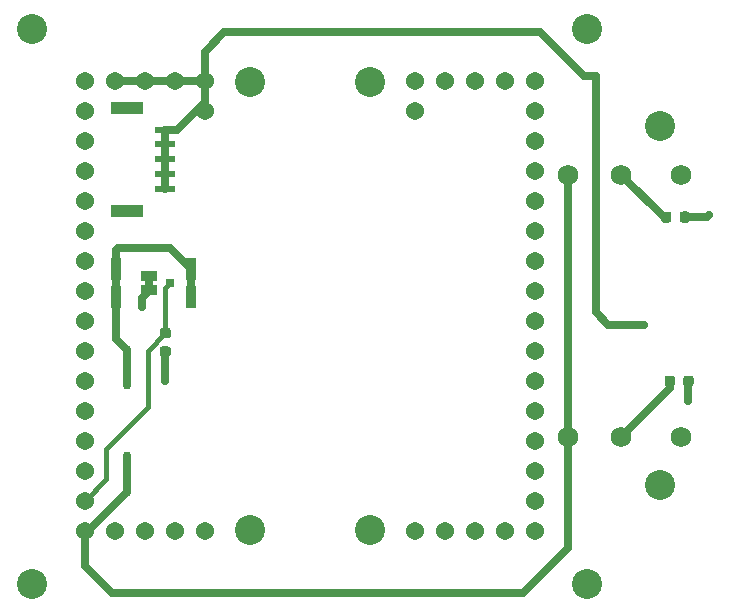
<source format=gtl>
%TF.GenerationSoftware,KiCad,Pcbnew,5.1.10-88a1d61d58~88~ubuntu20.04.1*%
%TF.CreationDate,2021-08-03T13:57:49-04:00*%
%TF.ProjectId,ta-base,74612d62-6173-4652-9e6b-696361645f70,rev?*%
%TF.SameCoordinates,Original*%
%TF.FileFunction,Copper,L1,Top*%
%TF.FilePolarity,Positive*%
%FSLAX46Y46*%
G04 Gerber Fmt 4.6, Leading zero omitted, Abs format (unit mm)*
G04 Created by KiCad (PCBNEW 5.1.10-88a1d61d58~88~ubuntu20.04.1) date 2021-08-03 13:57:49*
%MOMM*%
%LPD*%
G01*
G04 APERTURE LIST*
%TA.AperFunction,ComponentPad*%
%ADD10C,1.540000*%
%TD*%
%TA.AperFunction,SMDPad,CuDef*%
%ADD11R,2.700000X1.000000*%
%TD*%
%TA.AperFunction,SMDPad,CuDef*%
%ADD12R,1.700000X0.600000*%
%TD*%
%TA.AperFunction,ComponentPad*%
%ADD13C,1.740000*%
%TD*%
%TA.AperFunction,ComponentPad*%
%ADD14C,2.540000*%
%TD*%
%TA.AperFunction,SMDPad,CuDef*%
%ADD15R,0.762000X0.762000*%
%TD*%
%TA.AperFunction,SMDPad,CuDef*%
%ADD16R,1.447800X0.863600*%
%TD*%
%TA.AperFunction,SMDPad,CuDef*%
%ADD17R,0.889000X1.854200*%
%TD*%
%TA.AperFunction,ComponentPad*%
%ADD18C,0.762000*%
%TD*%
%TA.AperFunction,ViaPad*%
%ADD19C,0.635000*%
%TD*%
%TA.AperFunction,Conductor*%
%ADD20C,0.635000*%
%TD*%
%TA.AperFunction,Conductor*%
%ADD21C,0.406400*%
%TD*%
G04 APERTURE END LIST*
D10*
%TO.P,J8,1*%
%TO.N,/V_solar*%
X119314000Y-112505100D03*
%TO.P,J8,5*%
X111694000Y-109965100D03*
%TO.P,J8,3*%
X116774000Y-109965100D03*
%TO.P,J8,2*%
X119314000Y-109965100D03*
%TO.P,J8,4*%
X114234000Y-109965100D03*
%TD*%
D11*
%TO.P,J7,7*%
%TO.N,N/C*%
X112760817Y-120956732D03*
%TO.P,J7,6*%
X112760817Y-112256734D03*
D12*
%TO.P,J7,5*%
%TO.N,/V_solar*%
X115960811Y-119106733D03*
%TO.P,J7,4*%
X115960811Y-117856733D03*
%TO.P,J7,3*%
X115960811Y-116606733D03*
%TO.P,J7,2*%
X115960811Y-115356733D03*
%TO.P,J7,1*%
X115960811Y-114106733D03*
%TD*%
D10*
%TO.P,J5,1*%
%TO.N,Net-(J5-Pad1)*%
X137094000Y-112505100D03*
%TO.P,J5,5*%
%TO.N,Net-(J5-Pad5)*%
X144714000Y-109965100D03*
%TO.P,J5,3*%
%TO.N,GND*%
X139634000Y-109965100D03*
%TO.P,J5,2*%
%TO.N,Net-(J5-Pad2)*%
X137094000Y-109965100D03*
%TO.P,J5,4*%
%TO.N,Net-(J5-Pad4)*%
X142174000Y-109965100D03*
%TD*%
D13*
%TO.P,SW2,2*%
%TO.N,/Vcap*%
X150060811Y-117906733D03*
%TO.P,SW2,3*%
%TO.N,Net-(R2-Pad2)*%
X154560811Y-117906733D03*
%TO.P,SW2,1*%
%TO.N,Net-(SW2-Pad1)*%
X159660811Y-117906733D03*
D14*
%TO.P,SW2,5*%
%TO.N,N/C*%
X157810811Y-113806733D03*
%TD*%
%TO.P,P1,4*%
%TO.N,GND*%
X151699000Y-152600100D03*
%TO.P,P1,3*%
X151699000Y-105610100D03*
%TO.P,P1,2*%
X104709000Y-105610100D03*
%TO.P,P1,1*%
X104709000Y-152600100D03*
%TD*%
%TO.P,R1,2*%
%TO.N,Net-(R1-Pad2)*%
%TA.AperFunction,SMDPad,CuDef*%
G36*
G01*
X159110811Y-135150483D02*
X159110811Y-135662983D01*
G75*
G02*
X158892061Y-135881733I-218750J0D01*
G01*
X158454561Y-135881733D01*
G75*
G02*
X158235811Y-135662983I0J218750D01*
G01*
X158235811Y-135150483D01*
G75*
G02*
X158454561Y-134931733I218750J0D01*
G01*
X158892061Y-134931733D01*
G75*
G02*
X159110811Y-135150483I0J-218750D01*
G01*
G37*
%TD.AperFunction*%
%TO.P,R1,1*%
%TO.N,GND*%
%TA.AperFunction,SMDPad,CuDef*%
G36*
G01*
X160685811Y-135150483D02*
X160685811Y-135662983D01*
G75*
G02*
X160467061Y-135881733I-218750J0D01*
G01*
X160029561Y-135881733D01*
G75*
G02*
X159810811Y-135662983I0J218750D01*
G01*
X159810811Y-135150483D01*
G75*
G02*
X160029561Y-134931733I218750J0D01*
G01*
X160467061Y-134931733D01*
G75*
G02*
X160685811Y-135150483I0J-218750D01*
G01*
G37*
%TD.AperFunction*%
%TD*%
%TO.P,R2,2*%
%TO.N,Net-(R2-Pad2)*%
%TA.AperFunction,SMDPad,CuDef*%
G36*
G01*
X158810811Y-121250483D02*
X158810811Y-121762983D01*
G75*
G02*
X158592061Y-121981733I-218750J0D01*
G01*
X158154561Y-121981733D01*
G75*
G02*
X157935811Y-121762983I0J218750D01*
G01*
X157935811Y-121250483D01*
G75*
G02*
X158154561Y-121031733I218750J0D01*
G01*
X158592061Y-121031733D01*
G75*
G02*
X158810811Y-121250483I0J-218750D01*
G01*
G37*
%TD.AperFunction*%
%TO.P,R2,1*%
%TO.N,GND*%
%TA.AperFunction,SMDPad,CuDef*%
G36*
G01*
X160385811Y-121250483D02*
X160385811Y-121762983D01*
G75*
G02*
X160167061Y-121981733I-218750J0D01*
G01*
X159729561Y-121981733D01*
G75*
G02*
X159510811Y-121762983I0J218750D01*
G01*
X159510811Y-121250483D01*
G75*
G02*
X159729561Y-121031733I218750J0D01*
G01*
X160167061Y-121031733D01*
G75*
G02*
X160385811Y-121250483I0J-218750D01*
G01*
G37*
%TD.AperFunction*%
%TD*%
%TO.P,R3,2*%
%TO.N,GND*%
%TA.AperFunction,SMDPad,CuDef*%
G36*
G01*
X115704561Y-132456733D02*
X116217061Y-132456733D01*
G75*
G02*
X116435811Y-132675483I0J-218750D01*
G01*
X116435811Y-133112983D01*
G75*
G02*
X116217061Y-133331733I-218750J0D01*
G01*
X115704561Y-133331733D01*
G75*
G02*
X115485811Y-133112983I0J218750D01*
G01*
X115485811Y-132675483D01*
G75*
G02*
X115704561Y-132456733I218750J0D01*
G01*
G37*
%TD.AperFunction*%
%TO.P,R3,1*%
%TO.N,/BURN_SIG*%
%TA.AperFunction,SMDPad,CuDef*%
G36*
G01*
X115704561Y-130881733D02*
X116217061Y-130881733D01*
G75*
G02*
X116435811Y-131100483I0J-218750D01*
G01*
X116435811Y-131537983D01*
G75*
G02*
X116217061Y-131756733I-218750J0D01*
G01*
X115704561Y-131756733D01*
G75*
G02*
X115485811Y-131537983I0J218750D01*
G01*
X115485811Y-131100483D01*
G75*
G02*
X115704561Y-130881733I218750J0D01*
G01*
G37*
%TD.AperFunction*%
%TD*%
%TO.P,SW1,5*%
%TO.N,N/C*%
X157810811Y-144206733D03*
D13*
%TO.P,SW1,1*%
%TO.N,Net-(SW1-Pad1)*%
X159660811Y-140106733D03*
%TO.P,SW1,3*%
%TO.N,Net-(R1-Pad2)*%
X154560811Y-140106733D03*
%TO.P,SW1,2*%
%TO.N,/Vcap*%
X150060811Y-140106733D03*
%TD*%
D15*
%TO.P,U1,1*%
%TO.N,/BURN_SIG*%
X116325811Y-127106733D03*
D16*
%TO.P,U1,3*%
%TO.N,GND*%
X114575811Y-126496732D03*
%TO.P,U1,2*%
X114575811Y-127716734D03*
D17*
%TO.P,U1,7*%
%TO.N,Net-(U1-Pad4)*%
X111760810Y-125931734D03*
%TO.P,U1,5*%
X111760810Y-128281732D03*
%TO.P,U1,6*%
X118160812Y-125931734D03*
%TO.P,U1,4*%
X118160812Y-128281732D03*
%TD*%
D18*
%TO.P,U2,6*%
%TO.N,Net-(U1-Pad4)*%
X112710811Y-132756733D03*
%TO.P,U2,5*%
X112710811Y-134256733D03*
%TO.P,U2,4*%
X112710811Y-135756733D03*
%TO.P,U2,3*%
%TO.N,/Vcap*%
X112710811Y-144756733D03*
%TO.P,U2,2*%
X112710811Y-143256733D03*
%TO.P,U2,1*%
X112710811Y-141756733D03*
%TD*%
D10*
%TO.P,J1,1*%
%TO.N,/Vcap*%
X109154000Y-148065100D03*
%TO.P,J1,2*%
%TO.N,/BURN_SIG*%
X109154000Y-145525100D03*
%TO.P,J1,3*%
%TO.N,GND*%
X109154000Y-142985100D03*
%TO.P,J1,4*%
%TO.N,Net-(J1-Pad4)*%
X109154000Y-140445100D03*
%TO.P,J1,5*%
%TO.N,Net-(J1-Pad5)*%
X109154000Y-137905100D03*
%TO.P,J1,6*%
%TO.N,Net-(J1-Pad6)*%
X109154000Y-135365100D03*
%TO.P,J1,7*%
%TO.N,Net-(J1-Pad7)*%
X109154000Y-132825100D03*
%TO.P,J1,8*%
%TO.N,Net-(J1-Pad8)*%
X109154000Y-130285100D03*
%TO.P,J1,9*%
%TO.N,Net-(J1-Pad9)*%
X109154000Y-127745100D03*
%TO.P,J1,10*%
%TO.N,Net-(J1-Pad10)*%
X109154000Y-125205100D03*
%TO.P,J1,11*%
%TO.N,Net-(J1-Pad11)*%
X109154000Y-122665100D03*
%TO.P,J1,12*%
%TO.N,Net-(J1-Pad12)*%
X109154000Y-120125100D03*
%TO.P,J1,13*%
%TO.N,Net-(J1-Pad13)*%
X109154000Y-117585100D03*
%TO.P,J1,14*%
%TO.N,Net-(J1-Pad14)*%
X109154000Y-115045100D03*
%TO.P,J1,15*%
%TO.N,Net-(J1-Pad15)*%
X109154000Y-112505100D03*
%TO.P,J1,16*%
%TO.N,Net-(J1-Pad16)*%
X109154000Y-109965100D03*
%TD*%
%TO.P,J2,1*%
%TO.N,Net-(J2-Pad1)*%
X144714000Y-148065100D03*
%TO.P,J2,2*%
%TO.N,GND*%
X142174000Y-148065100D03*
%TO.P,J2,3*%
%TO.N,Net-(J2-Pad3)*%
X139634000Y-148065100D03*
%TO.P,J2,4*%
%TO.N,Net-(J2-Pad4)*%
X137094000Y-148065100D03*
%TD*%
%TO.P,J4,1*%
%TO.N,Net-(J4-Pad1)*%
X119314000Y-148065100D03*
%TO.P,J4,2*%
%TO.N,Net-(J4-Pad2)*%
X116774000Y-148065100D03*
%TO.P,J4,3*%
%TO.N,GND*%
X114234000Y-148065100D03*
%TO.P,J4,4*%
%TO.N,Net-(J4-Pad4)*%
X111694000Y-148065100D03*
%TD*%
%TO.P,J6,1*%
%TO.N,Net-(J6-Pad1)*%
X147254000Y-148065100D03*
%TO.P,J6,2*%
%TO.N,Net-(J6-Pad2)*%
X147254000Y-145525100D03*
%TO.P,J6,3*%
%TO.N,Net-(J6-Pad3)*%
X147254000Y-142985100D03*
%TO.P,J6,4*%
%TO.N,Net-(J6-Pad4)*%
X147254000Y-140445100D03*
%TO.P,J6,5*%
%TO.N,Net-(J6-Pad5)*%
X147254000Y-137905100D03*
%TO.P,J6,6*%
%TO.N,Net-(J6-Pad6)*%
X147254000Y-135365100D03*
%TO.P,J6,7*%
%TO.N,Net-(J6-Pad7)*%
X147254000Y-132825100D03*
%TO.P,J6,8*%
%TO.N,Net-(J6-Pad8)*%
X147254000Y-130285100D03*
%TO.P,J6,9*%
%TO.N,Net-(J6-Pad9)*%
X147254000Y-127745100D03*
%TO.P,J6,10*%
%TO.N,Net-(J6-Pad10)*%
X147254000Y-125205100D03*
%TO.P,J6,11*%
%TO.N,Net-(J6-Pad11)*%
X147254000Y-122665100D03*
%TO.P,J6,12*%
%TO.N,Net-(J6-Pad12)*%
X147254000Y-120125100D03*
%TO.P,J6,13*%
%TO.N,Net-(J6-Pad13)*%
X147254000Y-117585100D03*
%TO.P,J6,14*%
%TO.N,Net-(J6-Pad14)*%
X147254000Y-115045100D03*
%TO.P,J6,15*%
%TO.N,Net-(J6-Pad15)*%
X147254000Y-112505100D03*
%TO.P,J6,16*%
%TO.N,Net-(J6-Pad16)*%
X147254000Y-109965100D03*
%TD*%
D14*
%TO.P,P2,4*%
%TO.N,GND*%
X123124000Y-147975100D03*
%TO.P,P2,3*%
X123124000Y-110055100D03*
%TO.P,P2,2*%
X133284000Y-147975100D03*
%TO.P,P2,1*%
X133284000Y-110055100D03*
%TD*%
D19*
%TO.N,GND*%
X113960811Y-129106733D03*
X115960811Y-135356733D03*
X161960811Y-121356733D03*
X160248311Y-137069233D03*
%TO.N,/V_solar*%
X156460811Y-130606733D03*
X155460811Y-130606733D03*
X154460811Y-130606733D03*
%TD*%
D20*
%TO.N,GND*%
X115960811Y-132894233D02*
X115960811Y-135356733D01*
X159948311Y-121506733D02*
X159948311Y-121369233D01*
X160248311Y-135406733D02*
X160248311Y-137069233D01*
X160248311Y-137069233D02*
X160248311Y-137069233D01*
X161810811Y-121506733D02*
X161960811Y-121356733D01*
X159948311Y-121506733D02*
X161810811Y-121506733D01*
D21*
X114575811Y-126496732D02*
X114575811Y-126721733D01*
D20*
X114575811Y-126721733D02*
X114575811Y-127716734D01*
X113960811Y-128331734D02*
X114575811Y-127716734D01*
X113960811Y-129106733D02*
X113960811Y-128331734D01*
D21*
%TO.N,/Vcap*%
X109154000Y-148065100D02*
X109419178Y-148065100D01*
D20*
X112710811Y-144773467D02*
X112710811Y-144756733D01*
X109419178Y-148065100D02*
X112710811Y-144773467D01*
X112710811Y-141756733D02*
X112710811Y-144756733D01*
X109154000Y-148065100D02*
X109154000Y-151049922D01*
X109154000Y-151049922D02*
X111460811Y-153356733D01*
X111460811Y-153356733D02*
X146210811Y-153356733D01*
X150060811Y-149506733D02*
X150060811Y-140106733D01*
X146210811Y-153356733D02*
X150060811Y-149506733D01*
X150060811Y-140106733D02*
X150060811Y-117906733D01*
D21*
%TO.N,/BURN_SIG*%
X115960811Y-131319233D02*
X114460811Y-132819233D01*
X114460811Y-132819233D02*
X114460811Y-137606733D01*
X114460811Y-137606733D02*
X110960811Y-141106733D01*
X110960811Y-143718289D02*
X109154000Y-145525100D01*
X110960811Y-141106733D02*
X110960811Y-143718289D01*
X115960811Y-127471733D02*
X116325811Y-127106733D01*
X115960811Y-131319233D02*
X115960811Y-127471733D01*
D20*
%TO.N,Net-(R1-Pad2)*%
X158673311Y-135994233D02*
X154560811Y-140106733D01*
X158673311Y-135406733D02*
X158673311Y-135994233D01*
%TO.N,Net-(R2-Pad2)*%
X158160811Y-121506733D02*
X154560811Y-117906733D01*
X158373311Y-121506733D02*
X158160811Y-121506733D01*
%TO.N,Net-(U1-Pad4)*%
X112710811Y-132756733D02*
X112710811Y-135756733D01*
X111760810Y-131806732D02*
X112710811Y-132756733D01*
X111760810Y-125931734D02*
X111760810Y-131806732D01*
X111760810Y-125931734D02*
X111760810Y-124306734D01*
X111760810Y-124306734D02*
X111960811Y-124106733D01*
X116335811Y-124106733D02*
X118160812Y-125931734D01*
X111960811Y-124106733D02*
X116335811Y-124106733D01*
X118160812Y-125931734D02*
X118160812Y-128281732D01*
%TO.N,/V_solar*%
X114234000Y-109965100D02*
X119314000Y-109965100D01*
X114234000Y-109965100D02*
X111694000Y-109965100D01*
X119314000Y-109965100D02*
X119314000Y-107503544D01*
X119314000Y-107503544D02*
X120960811Y-105856733D01*
X120960811Y-105856733D02*
X147710811Y-105856733D01*
X119314000Y-109965100D02*
X119314000Y-111753544D01*
X116960811Y-114106733D02*
X115960811Y-114106733D01*
X119314000Y-111753544D02*
X116960811Y-114106733D01*
X115960811Y-114106733D02*
X115960811Y-119106733D01*
X156460811Y-130606733D02*
X156460811Y-130606733D01*
X152400000Y-129546634D02*
X152400000Y-109546634D01*
X152406634Y-129546634D02*
X152400000Y-129546634D01*
X153466733Y-130606733D02*
X152406634Y-129546634D01*
X156460811Y-130606733D02*
X153466733Y-130606733D01*
X151400712Y-109546634D02*
X147710811Y-105856733D01*
X152400000Y-109546634D02*
X151400712Y-109546634D01*
%TD*%
M02*

</source>
